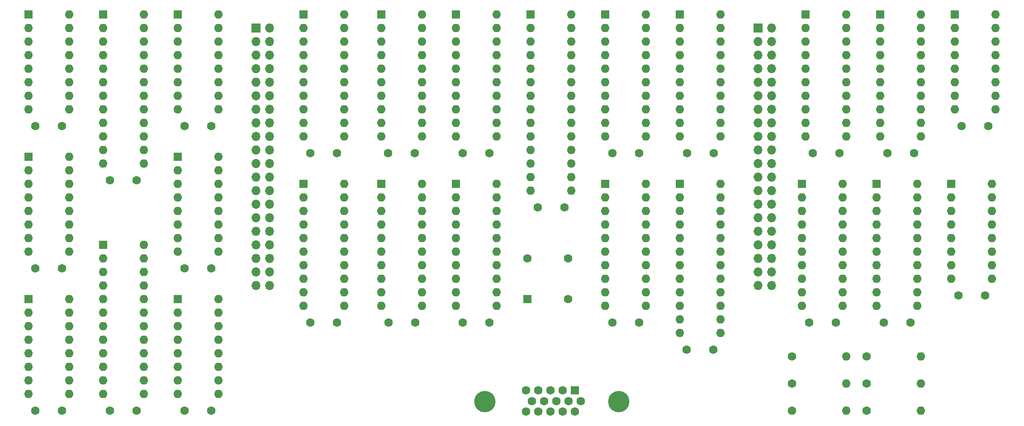
<source format=gbr>
%TF.GenerationSoftware,KiCad,Pcbnew,(5.1.8)-1*%
%TF.CreationDate,2020-12-26T22:37:01+00:00*%
%TF.ProjectId,vga-board,7667612d-626f-4617-9264-2e6b69636164,rev?*%
%TF.SameCoordinates,Original*%
%TF.FileFunction,Soldermask,Bot*%
%TF.FilePolarity,Negative*%
%FSLAX46Y46*%
G04 Gerber Fmt 4.6, Leading zero omitted, Abs format (unit mm)*
G04 Created by KiCad (PCBNEW (5.1.8)-1) date 2020-12-26 22:37:01*
%MOMM*%
%LPD*%
G01*
G04 APERTURE LIST*
%ADD10O,1.600000X1.600000*%
%ADD11R,1.600000X1.600000*%
%ADD12C,1.600000*%
%ADD13O,1.700000X1.700000*%
%ADD14R,1.700000X1.700000*%
%ADD15C,4.000000*%
G04 APERTURE END LIST*
D10*
%TO.C,U23*%
X213995000Y-120015000D03*
X206375000Y-137795000D03*
X213995000Y-122555000D03*
X206375000Y-135255000D03*
X213995000Y-125095000D03*
X206375000Y-132715000D03*
X213995000Y-127635000D03*
X206375000Y-130175000D03*
X213995000Y-130175000D03*
X206375000Y-127635000D03*
X213995000Y-132715000D03*
X206375000Y-125095000D03*
X213995000Y-135255000D03*
X206375000Y-122555000D03*
X213995000Y-137795000D03*
D11*
X206375000Y-120015000D03*
%TD*%
D12*
%TO.C,C23*%
X119935000Y-146050000D03*
X114935000Y-146050000D03*
%TD*%
%TO.C,C25*%
X184785000Y-146050000D03*
X179785000Y-146050000D03*
%TD*%
%TO.C,C24*%
X161925000Y-114300000D03*
X156925000Y-114300000D03*
%TD*%
%TO.C,C22*%
X147955000Y-146050000D03*
X142955000Y-146050000D03*
%TD*%
%TO.C,C21*%
X161845000Y-151130000D03*
X156845000Y-151130000D03*
%TD*%
%TO.C,C20*%
X106045000Y-146050000D03*
X101045000Y-146050000D03*
%TD*%
%TO.C,C19*%
X198755000Y-146050000D03*
X193755000Y-146050000D03*
%TD*%
%TO.C,C18*%
X133985000Y-124460000D03*
X128985000Y-124460000D03*
%TD*%
%TO.C,C17*%
X67865000Y-109220000D03*
X62865000Y-109220000D03*
%TD*%
%TO.C,C16*%
X185420000Y-114300000D03*
X180420000Y-114300000D03*
%TD*%
%TO.C,C15*%
X147955000Y-114300000D03*
X142955000Y-114300000D03*
%TD*%
%TO.C,C14*%
X39925000Y-109220000D03*
X34925000Y-109220000D03*
%TD*%
%TO.C,C13*%
X213280000Y-109220000D03*
X208280000Y-109220000D03*
%TD*%
%TO.C,C12*%
X67865000Y-135890000D03*
X62865000Y-135890000D03*
%TD*%
%TO.C,C11*%
X199390000Y-114300000D03*
X194390000Y-114300000D03*
%TD*%
%TO.C,C10*%
X91360000Y-146050000D03*
X86360000Y-146050000D03*
%TD*%
%TO.C,C9*%
X212725000Y-140970000D03*
X207725000Y-140970000D03*
%TD*%
%TO.C,C8*%
X105965000Y-114300000D03*
X100965000Y-114300000D03*
%TD*%
%TO.C,C7*%
X67865000Y-162560000D03*
X62865000Y-162560000D03*
%TD*%
%TO.C,C6*%
X53895000Y-119380000D03*
X48895000Y-119380000D03*
%TD*%
%TO.C,C5*%
X91360000Y-114300000D03*
X86360000Y-114300000D03*
%TD*%
%TO.C,C4*%
X39925000Y-162560000D03*
X34925000Y-162560000D03*
%TD*%
%TO.C,C3*%
X53895000Y-162560000D03*
X48895000Y-162560000D03*
%TD*%
%TO.C,C2*%
X39925000Y-135890000D03*
X34925000Y-135890000D03*
%TD*%
%TO.C,C1*%
X119935000Y-114300000D03*
X114935000Y-114300000D03*
%TD*%
D13*
%TO.C,J2*%
X172720000Y-139065000D03*
X170180000Y-139065000D03*
X172720000Y-136525000D03*
X170180000Y-136525000D03*
X172720000Y-133985000D03*
X170180000Y-133985000D03*
X172720000Y-131445000D03*
X170180000Y-131445000D03*
X172720000Y-128905000D03*
X170180000Y-128905000D03*
X172720000Y-126365000D03*
X170180000Y-126365000D03*
X172720000Y-123825000D03*
X170180000Y-123825000D03*
X172720000Y-121285000D03*
X170180000Y-121285000D03*
X172720000Y-118745000D03*
X170180000Y-118745000D03*
X172720000Y-116205000D03*
X170180000Y-116205000D03*
X172720000Y-113665000D03*
X170180000Y-113665000D03*
X172720000Y-111125000D03*
X170180000Y-111125000D03*
X172720000Y-108585000D03*
X170180000Y-108585000D03*
X172720000Y-106045000D03*
X170180000Y-106045000D03*
X172720000Y-103505000D03*
X170180000Y-103505000D03*
X172720000Y-100965000D03*
X170180000Y-100965000D03*
X172720000Y-98425000D03*
X170180000Y-98425000D03*
X172720000Y-95885000D03*
X170180000Y-95885000D03*
X172720000Y-93345000D03*
X170180000Y-93345000D03*
X172720000Y-90805000D03*
D14*
X170180000Y-90805000D03*
%TD*%
D13*
%TO.C,J1*%
X78740000Y-139065000D03*
X76200000Y-139065000D03*
X78740000Y-136525000D03*
X76200000Y-136525000D03*
X78740000Y-133985000D03*
X76200000Y-133985000D03*
X78740000Y-131445000D03*
X76200000Y-131445000D03*
X78740000Y-128905000D03*
X76200000Y-128905000D03*
X78740000Y-126365000D03*
X76200000Y-126365000D03*
X78740000Y-123825000D03*
X76200000Y-123825000D03*
X78740000Y-121285000D03*
X76200000Y-121285000D03*
X78740000Y-118745000D03*
X76200000Y-118745000D03*
X78740000Y-116205000D03*
X76200000Y-116205000D03*
X78740000Y-113665000D03*
X76200000Y-113665000D03*
X78740000Y-111125000D03*
X76200000Y-111125000D03*
X78740000Y-108585000D03*
X76200000Y-108585000D03*
X78740000Y-106045000D03*
X76200000Y-106045000D03*
X78740000Y-103505000D03*
X76200000Y-103505000D03*
X78740000Y-100965000D03*
X76200000Y-100965000D03*
X78740000Y-98425000D03*
X76200000Y-98425000D03*
X78740000Y-95885000D03*
X76200000Y-95885000D03*
X78740000Y-93345000D03*
X76200000Y-93345000D03*
X78740000Y-90805000D03*
D14*
X76200000Y-90805000D03*
%TD*%
D12*
%TO.C,X1*%
X134620000Y-141605000D03*
X134620000Y-133985000D03*
X127000000Y-133985000D03*
D11*
X127000000Y-141605000D03*
%TD*%
D10*
%TO.C,U25*%
X163195000Y-88265000D03*
X155575000Y-111125000D03*
X163195000Y-90805000D03*
X155575000Y-108585000D03*
X163195000Y-93345000D03*
X155575000Y-106045000D03*
X163195000Y-95885000D03*
X155575000Y-103505000D03*
X163195000Y-98425000D03*
X155575000Y-100965000D03*
X163195000Y-100965000D03*
X155575000Y-98425000D03*
X163195000Y-103505000D03*
X155575000Y-95885000D03*
X163195000Y-106045000D03*
X155575000Y-93345000D03*
X163195000Y-108585000D03*
X155575000Y-90805000D03*
X163195000Y-111125000D03*
D11*
X155575000Y-88265000D03*
%TD*%
D10*
%TO.C,U24*%
X149225000Y-88265000D03*
X141605000Y-111125000D03*
X149225000Y-90805000D03*
X141605000Y-108585000D03*
X149225000Y-93345000D03*
X141605000Y-106045000D03*
X149225000Y-95885000D03*
X141605000Y-103505000D03*
X149225000Y-98425000D03*
X141605000Y-100965000D03*
X149225000Y-100965000D03*
X141605000Y-98425000D03*
X149225000Y-103505000D03*
X141605000Y-95885000D03*
X149225000Y-106045000D03*
X141605000Y-93345000D03*
X149225000Y-108585000D03*
X141605000Y-90805000D03*
X149225000Y-111125000D03*
D11*
X141605000Y-88265000D03*
%TD*%
D10*
%TO.C,U22*%
X200025000Y-120015000D03*
X192405000Y-142875000D03*
X200025000Y-122555000D03*
X192405000Y-140335000D03*
X200025000Y-125095000D03*
X192405000Y-137795000D03*
X200025000Y-127635000D03*
X192405000Y-135255000D03*
X200025000Y-130175000D03*
X192405000Y-132715000D03*
X200025000Y-132715000D03*
X192405000Y-130175000D03*
X200025000Y-135255000D03*
X192405000Y-127635000D03*
X200025000Y-137795000D03*
X192405000Y-125095000D03*
X200025000Y-140335000D03*
X192405000Y-122555000D03*
X200025000Y-142875000D03*
D11*
X192405000Y-120015000D03*
%TD*%
D10*
%TO.C,U21*%
X186055000Y-120015000D03*
X178435000Y-142875000D03*
X186055000Y-122555000D03*
X178435000Y-140335000D03*
X186055000Y-125095000D03*
X178435000Y-137795000D03*
X186055000Y-127635000D03*
X178435000Y-135255000D03*
X186055000Y-130175000D03*
X178435000Y-132715000D03*
X186055000Y-132715000D03*
X178435000Y-130175000D03*
X186055000Y-135255000D03*
X178435000Y-127635000D03*
X186055000Y-137795000D03*
X178435000Y-125095000D03*
X186055000Y-140335000D03*
X178435000Y-122555000D03*
X186055000Y-142875000D03*
D11*
X178435000Y-120015000D03*
%TD*%
D10*
%TO.C,U20*%
X214630000Y-88265000D03*
X207010000Y-106045000D03*
X214630000Y-90805000D03*
X207010000Y-103505000D03*
X214630000Y-93345000D03*
X207010000Y-100965000D03*
X214630000Y-95885000D03*
X207010000Y-98425000D03*
X214630000Y-98425000D03*
X207010000Y-95885000D03*
X214630000Y-100965000D03*
X207010000Y-93345000D03*
X214630000Y-103505000D03*
X207010000Y-90805000D03*
X214630000Y-106045000D03*
D11*
X207010000Y-88265000D03*
%TD*%
D10*
%TO.C,U19*%
X200660000Y-88265000D03*
X193040000Y-111125000D03*
X200660000Y-90805000D03*
X193040000Y-108585000D03*
X200660000Y-93345000D03*
X193040000Y-106045000D03*
X200660000Y-95885000D03*
X193040000Y-103505000D03*
X200660000Y-98425000D03*
X193040000Y-100965000D03*
X200660000Y-100965000D03*
X193040000Y-98425000D03*
X200660000Y-103505000D03*
X193040000Y-95885000D03*
X200660000Y-106045000D03*
X193040000Y-93345000D03*
X200660000Y-108585000D03*
X193040000Y-90805000D03*
X200660000Y-111125000D03*
D11*
X193040000Y-88265000D03*
%TD*%
D10*
%TO.C,U18*%
X186690000Y-88265000D03*
X179070000Y-111125000D03*
X186690000Y-90805000D03*
X179070000Y-108585000D03*
X186690000Y-93345000D03*
X179070000Y-106045000D03*
X186690000Y-95885000D03*
X179070000Y-103505000D03*
X186690000Y-98425000D03*
X179070000Y-100965000D03*
X186690000Y-100965000D03*
X179070000Y-98425000D03*
X186690000Y-103505000D03*
X179070000Y-95885000D03*
X186690000Y-106045000D03*
X179070000Y-93345000D03*
X186690000Y-108585000D03*
X179070000Y-90805000D03*
X186690000Y-111125000D03*
D11*
X179070000Y-88265000D03*
%TD*%
D10*
%TO.C,U17*%
X149225000Y-120015000D03*
X141605000Y-142875000D03*
X149225000Y-122555000D03*
X141605000Y-140335000D03*
X149225000Y-125095000D03*
X141605000Y-137795000D03*
X149225000Y-127635000D03*
X141605000Y-135255000D03*
X149225000Y-130175000D03*
X141605000Y-132715000D03*
X149225000Y-132715000D03*
X141605000Y-130175000D03*
X149225000Y-135255000D03*
X141605000Y-127635000D03*
X149225000Y-137795000D03*
X141605000Y-125095000D03*
X149225000Y-140335000D03*
X141605000Y-122555000D03*
X149225000Y-142875000D03*
D11*
X141605000Y-120015000D03*
%TD*%
D10*
%TO.C,U16*%
X92710000Y-120015000D03*
X85090000Y-142875000D03*
X92710000Y-122555000D03*
X85090000Y-140335000D03*
X92710000Y-125095000D03*
X85090000Y-137795000D03*
X92710000Y-127635000D03*
X85090000Y-135255000D03*
X92710000Y-130175000D03*
X85090000Y-132715000D03*
X92710000Y-132715000D03*
X85090000Y-130175000D03*
X92710000Y-135255000D03*
X85090000Y-127635000D03*
X92710000Y-137795000D03*
X85090000Y-125095000D03*
X92710000Y-140335000D03*
X85090000Y-122555000D03*
X92710000Y-142875000D03*
D11*
X85090000Y-120015000D03*
%TD*%
D10*
%TO.C,U15*%
X92710000Y-88265000D03*
X85090000Y-111125000D03*
X92710000Y-90805000D03*
X85090000Y-108585000D03*
X92710000Y-93345000D03*
X85090000Y-106045000D03*
X92710000Y-95885000D03*
X85090000Y-103505000D03*
X92710000Y-98425000D03*
X85090000Y-100965000D03*
X92710000Y-100965000D03*
X85090000Y-98425000D03*
X92710000Y-103505000D03*
X85090000Y-95885000D03*
X92710000Y-106045000D03*
X85090000Y-93345000D03*
X92710000Y-108585000D03*
X85090000Y-90805000D03*
X92710000Y-111125000D03*
D11*
X85090000Y-88265000D03*
%TD*%
D10*
%TO.C,U14*%
X107315000Y-120015000D03*
X99695000Y-142875000D03*
X107315000Y-122555000D03*
X99695000Y-140335000D03*
X107315000Y-125095000D03*
X99695000Y-137795000D03*
X107315000Y-127635000D03*
X99695000Y-135255000D03*
X107315000Y-130175000D03*
X99695000Y-132715000D03*
X107315000Y-132715000D03*
X99695000Y-130175000D03*
X107315000Y-135255000D03*
X99695000Y-127635000D03*
X107315000Y-137795000D03*
X99695000Y-125095000D03*
X107315000Y-140335000D03*
X99695000Y-122555000D03*
X107315000Y-142875000D03*
D11*
X99695000Y-120015000D03*
%TD*%
D10*
%TO.C,U13*%
X107315000Y-88265000D03*
X99695000Y-111125000D03*
X107315000Y-90805000D03*
X99695000Y-108585000D03*
X107315000Y-93345000D03*
X99695000Y-106045000D03*
X107315000Y-95885000D03*
X99695000Y-103505000D03*
X107315000Y-98425000D03*
X99695000Y-100965000D03*
X107315000Y-100965000D03*
X99695000Y-98425000D03*
X107315000Y-103505000D03*
X99695000Y-95885000D03*
X107315000Y-106045000D03*
X99695000Y-93345000D03*
X107315000Y-108585000D03*
X99695000Y-90805000D03*
X107315000Y-111125000D03*
D11*
X99695000Y-88265000D03*
%TD*%
D10*
%TO.C,U12*%
X121285000Y-120015000D03*
X113665000Y-142875000D03*
X121285000Y-122555000D03*
X113665000Y-140335000D03*
X121285000Y-125095000D03*
X113665000Y-137795000D03*
X121285000Y-127635000D03*
X113665000Y-135255000D03*
X121285000Y-130175000D03*
X113665000Y-132715000D03*
X121285000Y-132715000D03*
X113665000Y-130175000D03*
X121285000Y-135255000D03*
X113665000Y-127635000D03*
X121285000Y-137795000D03*
X113665000Y-125095000D03*
X121285000Y-140335000D03*
X113665000Y-122555000D03*
X121285000Y-142875000D03*
D11*
X113665000Y-120015000D03*
%TD*%
D10*
%TO.C,U11*%
X121285000Y-88265000D03*
X113665000Y-111125000D03*
X121285000Y-90805000D03*
X113665000Y-108585000D03*
X121285000Y-93345000D03*
X113665000Y-106045000D03*
X121285000Y-95885000D03*
X113665000Y-103505000D03*
X121285000Y-98425000D03*
X113665000Y-100965000D03*
X121285000Y-100965000D03*
X113665000Y-98425000D03*
X121285000Y-103505000D03*
X113665000Y-95885000D03*
X121285000Y-106045000D03*
X113665000Y-93345000D03*
X121285000Y-108585000D03*
X113665000Y-90805000D03*
X121285000Y-111125000D03*
D11*
X113665000Y-88265000D03*
%TD*%
D10*
%TO.C,U10*%
X69215000Y-141605000D03*
X61595000Y-159385000D03*
X69215000Y-144145000D03*
X61595000Y-156845000D03*
X69215000Y-146685000D03*
X61595000Y-154305000D03*
X69215000Y-149225000D03*
X61595000Y-151765000D03*
X69215000Y-151765000D03*
X61595000Y-149225000D03*
X69215000Y-154305000D03*
X61595000Y-146685000D03*
X69215000Y-156845000D03*
X61595000Y-144145000D03*
X69215000Y-159385000D03*
D11*
X61595000Y-141605000D03*
%TD*%
D10*
%TO.C,U9*%
X69215000Y-114935000D03*
X61595000Y-132715000D03*
X69215000Y-117475000D03*
X61595000Y-130175000D03*
X69215000Y-120015000D03*
X61595000Y-127635000D03*
X69215000Y-122555000D03*
X61595000Y-125095000D03*
X69215000Y-125095000D03*
X61595000Y-122555000D03*
X69215000Y-127635000D03*
X61595000Y-120015000D03*
X69215000Y-130175000D03*
X61595000Y-117475000D03*
X69215000Y-132715000D03*
D11*
X61595000Y-114935000D03*
%TD*%
D10*
%TO.C,U8*%
X69215000Y-88265000D03*
X61595000Y-106045000D03*
X69215000Y-90805000D03*
X61595000Y-103505000D03*
X69215000Y-93345000D03*
X61595000Y-100965000D03*
X69215000Y-95885000D03*
X61595000Y-98425000D03*
X69215000Y-98425000D03*
X61595000Y-95885000D03*
X69215000Y-100965000D03*
X61595000Y-93345000D03*
X69215000Y-103505000D03*
X61595000Y-90805000D03*
X69215000Y-106045000D03*
D11*
X61595000Y-88265000D03*
%TD*%
D10*
%TO.C,U7*%
X55245000Y-131445000D03*
X47625000Y-159385000D03*
X55245000Y-133985000D03*
X47625000Y-156845000D03*
X55245000Y-136525000D03*
X47625000Y-154305000D03*
X55245000Y-139065000D03*
X47625000Y-151765000D03*
X55245000Y-141605000D03*
X47625000Y-149225000D03*
X55245000Y-144145000D03*
X47625000Y-146685000D03*
X55245000Y-146685000D03*
X47625000Y-144145000D03*
X55245000Y-149225000D03*
X47625000Y-141605000D03*
X55245000Y-151765000D03*
X47625000Y-139065000D03*
X55245000Y-154305000D03*
X47625000Y-136525000D03*
X55245000Y-156845000D03*
X47625000Y-133985000D03*
X55245000Y-159385000D03*
D11*
X47625000Y-131445000D03*
%TD*%
D10*
%TO.C,U6*%
X163195000Y-120015000D03*
X155575000Y-147955000D03*
X163195000Y-122555000D03*
X155575000Y-145415000D03*
X163195000Y-125095000D03*
X155575000Y-142875000D03*
X163195000Y-127635000D03*
X155575000Y-140335000D03*
X163195000Y-130175000D03*
X155575000Y-137795000D03*
X163195000Y-132715000D03*
X155575000Y-135255000D03*
X163195000Y-135255000D03*
X155575000Y-132715000D03*
X163195000Y-137795000D03*
X155575000Y-130175000D03*
X163195000Y-140335000D03*
X155575000Y-127635000D03*
X163195000Y-142875000D03*
X155575000Y-125095000D03*
X163195000Y-145415000D03*
X155575000Y-122555000D03*
X163195000Y-147955000D03*
D11*
X155575000Y-120015000D03*
%TD*%
D10*
%TO.C,U5*%
X135255000Y-88265000D03*
X127635000Y-121285000D03*
X135255000Y-90805000D03*
X127635000Y-118745000D03*
X135255000Y-93345000D03*
X127635000Y-116205000D03*
X135255000Y-95885000D03*
X127635000Y-113665000D03*
X135255000Y-98425000D03*
X127635000Y-111125000D03*
X135255000Y-100965000D03*
X127635000Y-108585000D03*
X135255000Y-103505000D03*
X127635000Y-106045000D03*
X135255000Y-106045000D03*
X127635000Y-103505000D03*
X135255000Y-108585000D03*
X127635000Y-100965000D03*
X135255000Y-111125000D03*
X127635000Y-98425000D03*
X135255000Y-113665000D03*
X127635000Y-95885000D03*
X135255000Y-116205000D03*
X127635000Y-93345000D03*
X135255000Y-118745000D03*
X127635000Y-90805000D03*
X135255000Y-121285000D03*
D11*
X127635000Y-88265000D03*
%TD*%
D10*
%TO.C,U4*%
X41275000Y-141605000D03*
X33655000Y-159385000D03*
X41275000Y-144145000D03*
X33655000Y-156845000D03*
X41275000Y-146685000D03*
X33655000Y-154305000D03*
X41275000Y-149225000D03*
X33655000Y-151765000D03*
X41275000Y-151765000D03*
X33655000Y-149225000D03*
X41275000Y-154305000D03*
X33655000Y-146685000D03*
X41275000Y-156845000D03*
X33655000Y-144145000D03*
X41275000Y-159385000D03*
D11*
X33655000Y-141605000D03*
%TD*%
D10*
%TO.C,U3*%
X41275000Y-114935000D03*
X33655000Y-132715000D03*
X41275000Y-117475000D03*
X33655000Y-130175000D03*
X41275000Y-120015000D03*
X33655000Y-127635000D03*
X41275000Y-122555000D03*
X33655000Y-125095000D03*
X41275000Y-125095000D03*
X33655000Y-122555000D03*
X41275000Y-127635000D03*
X33655000Y-120015000D03*
X41275000Y-130175000D03*
X33655000Y-117475000D03*
X41275000Y-132715000D03*
D11*
X33655000Y-114935000D03*
%TD*%
D10*
%TO.C,U2*%
X41275000Y-88265000D03*
X33655000Y-106045000D03*
X41275000Y-90805000D03*
X33655000Y-103505000D03*
X41275000Y-93345000D03*
X33655000Y-100965000D03*
X41275000Y-95885000D03*
X33655000Y-98425000D03*
X41275000Y-98425000D03*
X33655000Y-95885000D03*
X41275000Y-100965000D03*
X33655000Y-93345000D03*
X41275000Y-103505000D03*
X33655000Y-90805000D03*
X41275000Y-106045000D03*
D11*
X33655000Y-88265000D03*
%TD*%
D10*
%TO.C,U1*%
X55245000Y-88265000D03*
X47625000Y-116205000D03*
X55245000Y-90805000D03*
X47625000Y-113665000D03*
X55245000Y-93345000D03*
X47625000Y-111125000D03*
X55245000Y-95885000D03*
X47625000Y-108585000D03*
X55245000Y-98425000D03*
X47625000Y-106045000D03*
X55245000Y-100965000D03*
X47625000Y-103505000D03*
X55245000Y-103505000D03*
X47625000Y-100965000D03*
X55245000Y-106045000D03*
X47625000Y-98425000D03*
X55245000Y-108585000D03*
X47625000Y-95885000D03*
X55245000Y-111125000D03*
X47625000Y-93345000D03*
X55245000Y-113665000D03*
X47625000Y-90805000D03*
X55245000Y-116205000D03*
D11*
X47625000Y-88265000D03*
%TD*%
D12*
%TO.C,R6*%
X190500000Y-162560000D03*
D10*
X200660000Y-162560000D03*
%TD*%
%TO.C,R5*%
X186690000Y-162560000D03*
D12*
X176530000Y-162560000D03*
%TD*%
%TO.C,R4*%
X190500000Y-157480000D03*
D10*
X200660000Y-157480000D03*
%TD*%
%TO.C,R3*%
X186690000Y-157480000D03*
D12*
X176530000Y-157480000D03*
%TD*%
%TO.C,R2*%
X190500000Y-152400000D03*
D10*
X200660000Y-152400000D03*
%TD*%
%TO.C,R1*%
X186690000Y-152400000D03*
D12*
X176530000Y-152400000D03*
%TD*%
D15*
%TO.C,J3*%
X144075000Y-160800000D03*
X119075000Y-160800000D03*
D12*
X126730000Y-162710000D03*
X129020000Y-162710000D03*
X131310000Y-162710000D03*
X133600000Y-162710000D03*
X135890000Y-162710000D03*
X127875000Y-160730000D03*
X130165000Y-160730000D03*
X132455000Y-160730000D03*
X134745000Y-160730000D03*
X137035000Y-160730000D03*
X126730000Y-158750000D03*
X129020000Y-158750000D03*
X131310000Y-158750000D03*
X133600000Y-158750000D03*
D11*
X135890000Y-158750000D03*
%TD*%
M02*

</source>
